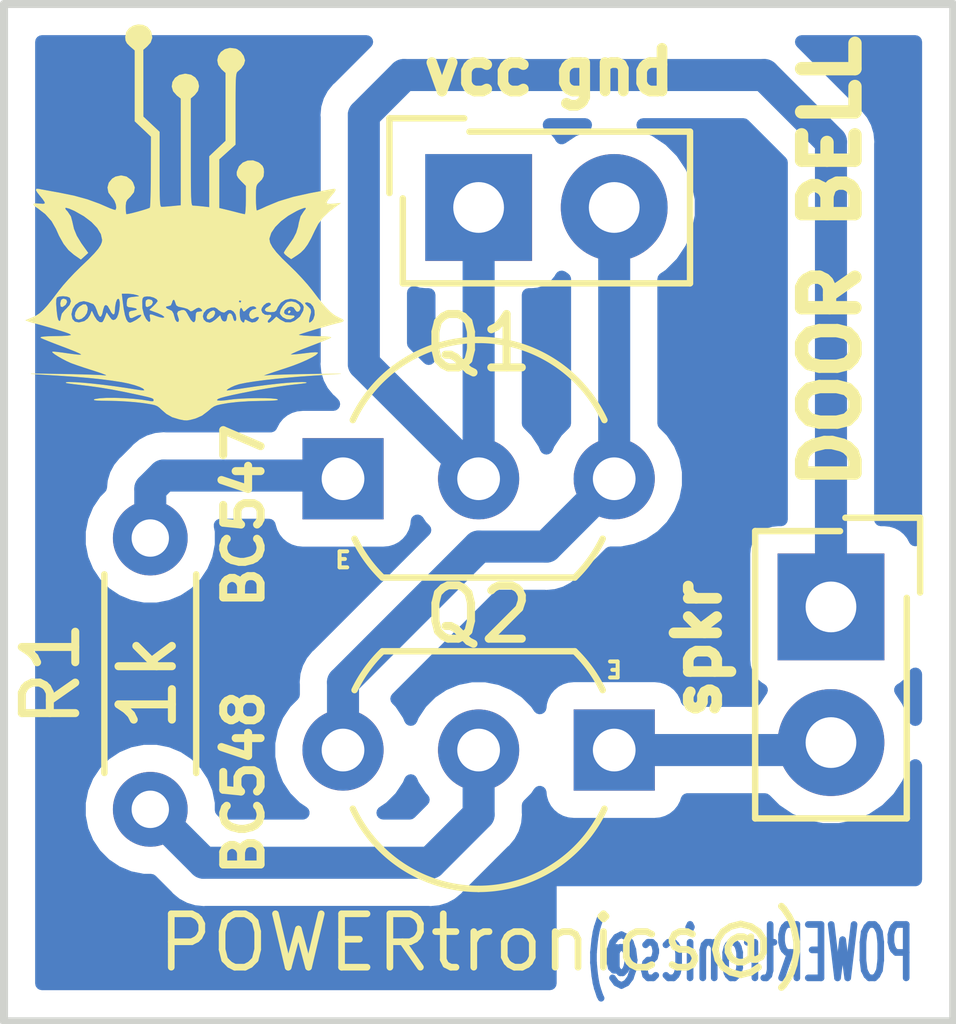
<source format=kicad_pcb>
(kicad_pcb (version 20171130) (host pcbnew "(5.1.6)-1")

  (general
    (thickness 1.6)
    (drawings 13)
    (tracks 23)
    (zones 0)
    (modules 6)
    (nets 6)
  )

  (page A4)
  (layers
    (0 F.Cu signal)
    (31 B.Cu signal)
    (32 B.Adhes user)
    (33 F.Adhes user)
    (34 B.Paste user)
    (35 F.Paste user)
    (36 B.SilkS user)
    (37 F.SilkS user)
    (38 B.Mask user)
    (39 F.Mask user)
    (40 Dwgs.User user)
    (41 Cmts.User user)
    (42 Eco1.User user)
    (43 Eco2.User user)
    (44 Edge.Cuts user)
    (45 Margin user)
    (46 B.CrtYd user)
    (47 F.CrtYd user)
    (48 B.Fab user)
    (49 F.Fab user)
  )

  (setup
    (last_trace_width 0.6)
    (user_trace_width 0.4)
    (user_trace_width 0.6)
    (trace_clearance 0.2)
    (zone_clearance 0.508)
    (zone_45_only no)
    (trace_min 0.2)
    (via_size 0.6)
    (via_drill 0.4)
    (via_min_size 0.4)
    (via_min_drill 0.3)
    (uvia_size 0.3)
    (uvia_drill 0.1)
    (uvias_allowed no)
    (uvia_min_size 0.2)
    (uvia_min_drill 0.1)
    (edge_width 0.15)
    (segment_width 0.2)
    (pcb_text_width 0.3)
    (pcb_text_size 1.5 1.5)
    (mod_edge_width 0.15)
    (mod_text_size 1 1)
    (mod_text_width 0.15)
    (pad_size 1.524 1.524)
    (pad_drill 0.762)
    (pad_to_mask_clearance 0.2)
    (aux_axis_origin 0 0)
    (visible_elements 7FFFFFFF)
    (pcbplotparams
      (layerselection 0x01030_ffffffff)
      (usegerberextensions false)
      (usegerberattributes true)
      (usegerberadvancedattributes true)
      (creategerberjobfile true)
      (excludeedgelayer true)
      (linewidth 0.100000)
      (plotframeref false)
      (viasonmask false)
      (mode 1)
      (useauxorigin false)
      (hpglpennumber 1)
      (hpglpenspeed 20)
      (hpglpendiameter 15.000000)
      (psnegative false)
      (psa4output false)
      (plotreference true)
      (plotvalue true)
      (plotinvisibletext false)
      (padsonsilk false)
      (subtractmaskfromsilk false)
      (outputformat 1)
      (mirror false)
      (drillshape 0)
      (scaleselection 1)
      (outputdirectory "C:/Users/Meena/Desktop/all icons and files/MINI PROJECTS/doorbell/"))
  )

  (net 0 "")
  (net 1 "Net-(P1-Pad1)")
  (net 2 "Net-(P1-Pad2)")
  (net 3 "Net-(P2-Pad2)")
  (net 4 "Net-(Q1-Pad1)")
  (net 5 "Net-(Q2-Pad2)")

  (net_class Default "This is the default net class."
    (clearance 0.2)
    (trace_width 0.25)
    (via_dia 0.6)
    (via_drill 0.4)
    (uvia_dia 0.3)
    (uvia_drill 0.1)
    (add_net "Net-(P1-Pad1)")
    (add_net "Net-(P1-Pad2)")
    (add_net "Net-(P2-Pad2)")
    (add_net "Net-(Q1-Pad1)")
    (add_net "Net-(Q2-Pad2)")
  )

  (module LOGI:L2 (layer F.Cu) (tedit 0) (tstamp 5F57E741)
    (at 146.75 94.25)
    (fp_text reference G*** (at 0 0) (layer F.SilkS) hide
      (effects (font (size 1.524 1.524) (thickness 0.3)))
    )
    (fp_text value LOGO (at 0.75 0) (layer F.SilkS) hide
      (effects (font (size 1.524 1.524) (thickness 0.3)))
    )
    (fp_poly (pts (xy -2.076043 1.459564) (xy -2.063546 1.498973) (xy -2.087026 1.546798) (xy -2.096046 1.555833)
      (xy -2.145689 1.589393) (xy -2.174107 1.581017) (xy -2.180746 1.530953) (xy -2.17966 1.518227)
      (xy -2.165646 1.463793) (xy -2.133992 1.443989) (xy -2.121248 1.443181) (xy -2.076043 1.459564)) (layer F.SilkS) (width 0.01))
    (fp_poly (pts (xy 2.124868 1.676691) (xy 2.1209 1.685636) (xy 2.098075 1.707664) (xy 2.094 1.708727)
      (xy 2.083091 1.690862) (xy 2.0828 1.685636) (xy 2.102326 1.663432) (xy 2.109699 1.662545)
      (xy 2.124868 1.676691)) (layer F.SilkS) (width 0.01))
    (fp_poly (pts (xy 2.219512 1.510441) (xy 2.278323 1.549604) (xy 2.307697 1.602681) (xy 2.307147 1.630659)
      (xy 2.283438 1.671025) (xy 2.248431 1.678288) (xy 2.220443 1.649803) (xy 2.218318 1.643484)
      (xy 2.184908 1.596007) (xy 2.130927 1.581359) (xy 2.070309 1.598478) (xy 2.016985 1.646295)
      (xy 2.00837 1.659537) (xy 1.999601 1.707979) (xy 2.035821 1.740691) (xy 2.113168 1.754626)
      (xy 2.12909 1.754909) (xy 2.184745 1.757703) (xy 2.198299 1.769644) (xy 2.1844 1.789545)
      (xy 2.127292 1.819937) (xy 2.054965 1.817229) (xy 1.986365 1.782497) (xy 1.9812 1.778)
      (xy 1.943831 1.735798) (xy 1.9304 1.706444) (xy 1.947583 1.646319) (xy 1.989578 1.578253)
      (xy 2.042053 1.522782) (xy 2.071223 1.504645) (xy 2.145675 1.492889) (xy 2.219512 1.510441)) (layer F.SilkS) (width 0.01))
    (fp_poly (pts (xy 0.707229 1.679282) (xy 0.707781 1.718685) (xy 0.685301 1.764546) (xy 0.664749 1.785966)
      (xy 0.608668 1.819411) (xy 0.571098 1.816206) (xy 0.5588 1.781578) (xy 0.578089 1.732774)
      (xy 0.622998 1.686986) (xy 0.674088 1.663079) (xy 0.68145 1.662545) (xy 0.707229 1.679282)) (layer F.SilkS) (width 0.01))
    (fp_poly (pts (xy -0.471592 1.470238) (xy -0.456004 1.506476) (xy -0.475872 1.547996) (xy -0.506331 1.569369)
      (xy -0.557401 1.589914) (xy -0.579326 1.579063) (xy -0.584187 1.529773) (xy -0.5842 1.524)
      (xy -0.577366 1.474492) (xy -0.548314 1.456381) (xy -0.5207 1.454727) (xy -0.471592 1.470238)) (layer F.SilkS) (width 0.01))
    (fp_poly (pts (xy -1.708207 1.550005) (xy -1.681236 1.592329) (xy -1.6764 1.639167) (xy -1.692188 1.706167)
      (xy -1.732259 1.765324) (xy -1.785677 1.807876) (xy -1.841505 1.825057) (xy -1.888067 1.808787)
      (xy -1.909115 1.760238) (xy -1.898598 1.694514) (xy -1.860973 1.627005) (xy -1.824624 1.589883)
      (xy -1.75679 1.548928) (xy -1.708207 1.550005)) (layer F.SilkS) (width 0.01))
    (fp_poly (pts (xy -0.638666 -3.685694) (xy -0.55858 -3.648537) (xy -0.498296 -3.57975) (xy -0.48359 -3.547181)
      (xy -0.466948 -3.447905) (xy -0.496737 -3.36027) (xy -0.560782 -3.288729) (xy -0.634854 -3.224215)
      (xy -0.634131 -2.596785) (xy -0.633408 -1.969354) (xy -0.481804 -1.827188) (xy -0.330201 -1.685022)
      (xy -0.3302 -0.981057) (xy -0.330064 -0.782233) (xy -0.329442 -0.624782) (xy -0.328011 -0.503894)
      (xy -0.325451 -0.414761) (xy -0.321439 -0.352574) (xy -0.315655 -0.312523) (xy -0.307777 -0.2898)
      (xy -0.297482 -0.279596) (xy -0.28445 -0.277102) (xy -0.283126 -0.277091) (xy -0.233327 -0.279423)
      (xy -0.152668 -0.285464) (xy -0.079926 -0.291926) (xy 0.0762 -0.306761) (xy 0.0762 -2.312073)
      (xy 0.000863 -2.369701) (xy -0.06772 -2.447133) (xy -0.093768 -2.533405) (xy -0.081206 -2.618678)
      (xy -0.033959 -2.693116) (xy 0.04405 -2.746878) (xy 0.148895 -2.770128) (xy 0.160703 -2.770396)
      (xy 0.262704 -2.75133) (xy 0.341069 -2.699851) (xy 0.391321 -2.62632) (xy 0.40898 -2.541097)
      (xy 0.389566 -2.454542) (xy 0.3302 -2.378364) (xy 0.254 -2.313654) (xy 0.254 -1.306918)
      (xy 0.254102 -1.064659) (xy 0.254529 -0.864572) (xy 0.255457 -0.702649) (xy 0.257063 -0.574881)
      (xy 0.259523 -0.47726) (xy 0.263015 -0.405776) (xy 0.267716 -0.35642) (xy 0.273803 -0.325183)
      (xy 0.281452 -0.308058) (xy 0.290841 -0.301034) (xy 0.29845 -0.299982) (xy 0.348495 -0.297195)
      (xy 0.426986 -0.290306) (xy 0.47625 -0.28522) (xy 0.6096 -0.270659) (xy 0.6096 -1.227816)
      (xy 0.762 -1.372097) (xy 0.9144 -1.516377) (xy 0.9144 -2.153413) (xy 0.914399 -2.790448)
      (xy 0.8382 -2.859721) (xy 0.777261 -2.941251) (xy 0.759136 -3.027074) (xy 0.777664 -3.109215)
      (xy 0.826682 -3.1797) (xy 0.90003 -3.230556) (xy 0.991545 -3.253808) (xy 1.095067 -3.241482)
      (xy 1.124906 -3.23076) (xy 1.192679 -3.181971) (xy 1.245723 -3.107698) (xy 1.269743 -3.028636)
      (xy 1.27 -3.020712) (xy 1.250068 -2.949649) (xy 1.198791 -2.874958) (xy 1.137926 -2.821555)
      (xy 1.124683 -2.809902) (xy 1.114263 -2.791005) (xy 1.10633 -2.759726) (xy 1.100549 -2.710929)
      (xy 1.096586 -2.639478) (xy 1.094106 -2.540234) (xy 1.092775 -2.408061) (xy 1.092258 -2.237823)
      (xy 1.0922 -2.119655) (xy 1.0922 -1.447928) (xy 0.7874 -1.173404) (xy 0.7874 -0.714592)
      (xy 0.787399 -0.25578) (xy 0.89535 -0.230162) (xy 0.988738 -0.207298) (xy 1.094014 -0.180556)
      (xy 1.12856 -0.171544) (xy 1.20406 -0.152648) (xy 1.259019 -0.140708) (xy 1.27461 -0.138546)
      (xy 1.282753 -0.160123) (xy 1.289399 -0.218813) (xy 1.293848 -0.305551) (xy 1.2954 -0.407065)
      (xy 1.2954 -0.675585) (xy 1.203692 -0.767866) (xy 1.149494 -0.827411) (xy 1.125284 -0.873277)
      (xy 1.123449 -0.922839) (xy 1.12661 -0.943846) (xy 1.164859 -1.038794) (xy 1.234774 -1.107059)
      (xy 1.325176 -1.144632) (xy 1.424886 -1.147504) (xy 1.522722 -1.111664) (xy 1.547451 -1.094766)
      (xy 1.598726 -1.047202) (xy 1.62119 -0.995563) (xy 1.6256 -0.931353) (xy 1.617689 -0.85388)
      (xy 1.586661 -0.796405) (xy 1.5494 -0.758448) (xy 1.515319 -0.725676) (xy 1.4933 -0.694744)
      (xy 1.480709 -0.654941) (xy 1.474913 -0.595557) (xy 1.473279 -0.50588) (xy 1.4732 -0.448497)
      (xy 1.474975 -0.349365) (xy 1.479774 -0.270067) (xy 1.486805 -0.220178) (xy 1.493081 -0.207819)
      (xy 1.523791 -0.217944) (xy 1.58626 -0.244637) (xy 1.667639 -0.282374) (xy 1.677231 -0.28698)
      (xy 1.907446 -0.381823) (xy 2.178929 -0.463882) (xy 2.495489 -0.534279) (xy 2.551289 -0.544665)
      (xy 2.675052 -0.567268) (xy 2.784934 -0.587578) (xy 2.868903 -0.603355) (xy 2.91465 -0.612299)
      (xy 2.957208 -0.615681) (xy 2.967314 -0.598471) (xy 2.943975 -0.556571) (xy 2.886195 -0.485879)
      (xy 2.883146 -0.482386) (xy 2.822258 -0.408115) (xy 2.798146 -0.361985) (xy 2.81238 -0.338843)
      (xy 2.866534 -0.333534) (xy 2.92735 -0.337515) (xy 3.0607 -0.34958) (xy 2.9845 -0.296666)
      (xy 2.837246 -0.185227) (xy 2.726689 -0.07782) (xy 2.641955 0.037734) (xy 2.579683 0.156788)
      (xy 2.507785 0.306952) (xy 2.44338 0.420874) (xy 2.380579 0.506864) (xy 2.313494 0.573233)
      (xy 2.253247 0.617483) (xy 2.139278 0.691889) (xy 2.072939 0.64445) (xy 2.027538 0.606781)
      (xy 2.006739 0.579256) (xy 2.0066 0.577917) (xy 2.019907 0.55024) (xy 2.054643 0.496812)
      (xy 2.098826 0.435275) (xy 2.182871 0.312816) (xy 2.238227 0.204302) (xy 2.272964 0.091801)
      (xy 2.286878 0.017441) (xy 2.319305 -0.102273) (xy 2.375929 -0.190051) (xy 2.416549 -0.242325)
      (xy 2.416629 -0.267232) (xy 2.376596 -0.264712) (xy 2.296877 -0.234707) (xy 2.240705 -0.208623)
      (xy 2.08162 -0.118643) (xy 1.944694 -0.015897) (xy 1.83609 0.093184) (xy 1.761971 0.202175)
      (xy 1.7285 0.304645) (xy 1.7272 0.326931) (xy 1.740799 0.394321) (xy 1.783512 0.474747)
      (xy 1.858208 0.571965) (xy 1.967759 0.689731) (xy 2.1082 0.825433) (xy 2.221154 0.935862)
      (xy 2.337604 1.058308) (xy 2.444637 1.178683) (xy 2.529338 1.282901) (xy 2.537158 1.293342)
      (xy 2.66456 1.459764) (xy 2.773181 1.588752) (xy 2.866848 1.684229) (xy 2.949388 1.750119)
      (xy 3.020433 1.788657) (xy 3.093886 1.823088) (xy 3.1196 1.848447) (xy 3.098789 1.86802)
      (xy 3.05435 1.880666) (xy 2.982468 1.898181) (xy 2.884763 1.924381) (xy 2.770642 1.956463)
      (xy 2.649512 1.991623) (xy 2.53078 2.027056) (xy 2.423855 2.059959) (xy 2.338143 2.087529)
      (xy 2.283052 2.10696) (xy 2.267458 2.115204) (xy 2.304896 2.126384) (xy 2.386097 2.135546)
      (xy 2.50405 2.142178) (xy 2.651745 2.145769) (xy 2.69113 2.146124) (xy 2.784731 2.148768)
      (xy 2.851745 2.154698) (xy 2.882166 2.162836) (xy 2.88163 2.166649) (xy 2.851066 2.181519)
      (xy 2.781801 2.210485) (xy 2.682171 2.250206) (xy 2.560516 2.297342) (xy 2.4638 2.334058)
      (xy 2.337426 2.383049) (xy 2.234009 2.425909) (xy 2.159923 2.459762) (xy 2.121537 2.481733)
      (xy 2.1209 2.488833) (xy 2.167692 2.488444) (xy 2.250304 2.481889) (xy 2.354414 2.470428)
      (xy 2.407432 2.463607) (xy 2.513953 2.45128) (xy 2.591536 2.446412) (xy 2.631675 2.449376)
      (xy 2.635182 2.453592) (xy 2.603301 2.4861) (xy 2.532149 2.529837) (xy 2.430386 2.580722)
      (xy 2.306665 2.634671) (xy 2.169646 2.687602) (xy 2.0574 2.726105) (xy 1.934451 2.766158)
      (xy 1.820598 2.803926) (xy 1.729157 2.834951) (xy 1.6764 2.853659) (xy 1.5875 2.886956)
      (xy 1.7145 2.875623) (xy 1.776091 2.871947) (xy 1.879472 2.867824) (xy 2.015639 2.863524)
      (xy 2.175588 2.859317) (xy 2.350314 2.855472) (xy 2.4511 2.853581) (xy 3.0607 2.842871)
      (xy 2.550533 2.874168) (xy 2.315875 2.890481) (xy 2.080446 2.910377) (xy 1.852434 2.932902)
      (xy 1.640023 2.957106) (xy 1.451401 2.982035) (xy 1.294754 3.006736) (xy 1.178268 3.030259)
      (xy 1.153074 3.036749) (xy 1.078671 3.061873) (xy 1.009629 3.092548) (xy 0.95545 3.123159)
      (xy 0.925636 3.14809) (xy 0.92969 3.161726) (xy 0.9398 3.162788) (xy 0.978933 3.159118)
      (xy 1.056496 3.148879) (xy 1.160921 3.133681) (xy 1.27 3.116825) (xy 1.475168 3.086359)
      (xy 1.683395 3.059168) (xy 1.884315 3.03633) (xy 2.067562 3.018919) (xy 2.22277 3.008012)
      (xy 2.339575 3.004683) (xy 2.349344 3.00482) (xy 2.40464 3.006792) (xy 2.422326 3.010304)
      (xy 2.399281 3.016064) (xy 2.332387 3.02478) (xy 2.218523 3.037162) (xy 2.1971 3.03939)
      (xy 2.05537 3.056356) (xy 1.891698 3.079705) (xy 1.714178 3.107902) (xy 1.530906 3.139414)
      (xy 1.349975 3.172705) (xy 1.179479 3.206241) (xy 1.027514 3.238487) (xy 0.902173 3.26791)
      (xy 0.811551 3.292974) (xy 0.766136 3.310669) (xy 0.73992 3.335004) (xy 0.758288 3.3495)
      (xy 0.816046 3.353523) (xy 0.907998 3.346441) (xy 0.978117 3.336485) (xy 1.082009 3.323987)
      (xy 1.212825 3.314594) (xy 1.358623 3.308457) (xy 1.507463 3.305729) (xy 1.647402 3.306558)
      (xy 1.766498 3.311097) (xy 1.85281 3.319496) (xy 1.8796 3.325091) (xy 1.881287 3.332315)
      (xy 1.836114 3.33842) (xy 1.74801 3.343136) (xy 1.620905 3.346193) (xy 1.5621 3.346873)
      (xy 1.34472 3.352763) (xy 1.142684 3.365899) (xy 0.971827 3.385178) (xy 0.9398 3.390167)
      (xy 0.825926 3.410096) (xy 0.747819 3.428545) (xy 0.691097 3.451415) (xy 0.641379 3.484608)
      (xy 0.584284 3.534026) (xy 0.5802 3.537736) (xy 0.467402 3.623267) (xy 0.349052 3.675394)
      (xy 0.32794 3.68147) (xy 0.244517 3.703144) (xy 0.187953 3.712503) (xy 0.13641 3.710388)
      (xy 0.068052 3.697641) (xy 0.043624 3.69243) (xy -0.087023 3.653304) (xy -0.195033 3.592011)
      (xy -0.283679 3.515192) (xy -0.326969 3.474561) (xy -0.366622 3.446425) (xy -0.414566 3.42657)
      (xy -0.482728 3.410781) (xy -0.583036 3.394847) (xy -0.651979 3.385087) (xy -0.790923 3.369558)
      (xy -0.958267 3.356721) (xy -1.131626 3.348028) (xy -1.27 3.344967) (xy -1.409554 3.343348)
      (xy -1.50093 3.339947) (xy -1.546722 3.334547) (xy -1.549521 3.326929) (xy -1.5367 3.322514)
      (xy -1.447232 3.308121) (xy -1.319638 3.300857) (xy -1.165901 3.300254) (xy -0.998002 3.305845)
      (xy -0.827925 3.317161) (xy -0.667651 3.333735) (xy -0.529163 3.355099) (xy -0.48895 3.36342)
      (xy -0.44307 3.364057) (xy -0.4318 3.34161) (xy -0.434597 3.322277) (xy -0.448458 3.306701)
      (xy -0.481591 3.29187) (xy -0.542202 3.274773) (xy -0.638498 3.252399) (xy -0.729189 3.232495)
      (xy -0.994692 3.176604) (xy -1.22788 3.132038) (xy -1.444823 3.09605) (xy -1.66159 3.065893)
      (xy -1.8034 3.048867) (xy -1.94009 3.032786) (xy -2.029124 3.020932) (xy -2.073369 3.012714)
      (xy -2.075694 3.007541) (xy -2.038964 3.004821) (xy -2.019145 3.004367) (xy -1.906641 3.007058)
      (xy -1.754729 3.017386) (xy -1.573884 3.034261) (xy -1.374581 3.056592) (xy -1.167296 3.083286)
      (xy -0.962505 3.113253) (xy -0.9398 3.116825) (xy -0.806 3.137983) (xy -0.714309 3.151918)
      (xy -0.656776 3.15926) (xy -0.625448 3.160635) (xy -0.612375 3.156672) (xy -0.609604 3.148)
      (xy -0.6096 3.142906) (xy -0.632948 3.1166) (xy -0.696427 3.085403) (xy -0.790193 3.052703)
      (xy -0.904398 3.021885) (xy -1.029197 2.996338) (xy -1.041853 2.994208) (xy -1.240275 2.964012)
      (xy -1.446007 2.93807) (xy -1.669741 2.915304) (xy -1.922172 2.894631) (xy -2.213992 2.874973)
      (xy -2.2352 2.873666) (xy -2.7305 2.84331) (xy -2.1209 2.853527) (xy -1.942785 2.856942)
      (xy -1.775295 2.860955) (xy -1.627216 2.865293) (xy -1.507331 2.869682) (xy -1.424427 2.87385)
      (xy -1.397 2.876031) (xy -1.334385 2.880376) (xy -1.314071 2.875026) (xy -1.33745 2.859272)
      (xy -1.405913 2.832401) (xy -1.520851 2.793701) (xy -1.618626 2.762653) (xy -1.73973 2.723781)
      (xy -1.856181 2.684685) (xy -1.951254 2.651059) (xy -1.991256 2.635806) (xy -2.0628 2.603436)
      (xy -2.143045 2.561771) (xy -2.22086 2.517393) (xy -2.285111 2.476883) (xy -2.324668 2.446823)
      (xy -2.331187 2.434836) (xy -2.303767 2.434611) (xy -2.238007 2.441002) (xy -2.145629 2.45276)
      (xy -2.094452 2.460065) (xy -1.952061 2.480105) (xy -1.853069 2.491136) (xy -1.798071 2.492069)
      (xy -1.787664 2.481819) (xy -1.822445 2.459299) (xy -1.903009 2.423422) (xy -2.029954 2.373101)
      (xy -2.1717 2.319312) (xy -2.297439 2.27146) (xy -2.406946 2.22858) (xy -2.491364 2.194233)
      (xy -2.541839 2.17198) (xy -2.551431 2.166624) (xy -2.538356 2.158385) (xy -2.48393 2.151352)
      (xy -2.397604 2.146431) (xy -2.322831 2.144722) (xy -2.161692 2.141866) (xy -2.05097 2.136323)
      (xy -1.9903 2.12658) (xy -1.979314 2.111127) (xy -2.017646 2.088453) (xy -2.104931 2.057046)
      (xy -2.240802 2.015395) (xy -2.288122 2.001511) (xy -2.417229 1.964125) (xy -2.528785 1.932345)
      (xy -2.614066 1.908615) (xy -2.66435 1.895379) (xy -2.673818 1.893454) (xy -2.706142 1.885852)
      (xy -2.760597 1.868106) (xy -2.8321 1.842757) (xy -2.701403 1.789659) (xy -2.634865 1.757565)
      (xy -2.570533 1.714058) (xy -2.503011 1.653664) (xy -2.426904 1.570911) (xy -2.399017 1.536679)
      (xy -2.268532 1.536679) (xy -2.258331 1.666485) (xy -2.245142 1.77361) (xy -2.227805 1.83801)
      (xy -2.204014 1.863449) (xy -2.182104 1.848729) (xy -2.170407 1.792655) (xy -2.170112 1.784386)
      (xy -2.155952 1.734254) (xy -1.9812 1.734254) (xy -1.963148 1.820293) (xy -1.913055 1.8728)
      (xy -1.837022 1.888748) (xy -1.741146 1.865114) (xy -1.728693 1.859519) (xy -1.667885 1.812622)
      (xy -1.625991 1.749838) (xy -1.595473 1.674091) (xy -1.54966 1.768841) (xy -1.502376 1.841944)
      (xy -1.450404 1.882295) (xy -1.401554 1.884139) (xy -1.396561 1.881662) (xy -1.375314 1.853617)
      (xy -1.350081 1.799707) (xy -1.345339 1.787172) (xy -1.315372 1.704624) (xy -1.267659 1.775948)
      (xy -1.227471 1.828269) (xy -1.194397 1.844643) (xy -1.154528 1.831162) (xy -1.148886 1.827977)
      (xy -1.118224 1.79151) (xy -1.093275 1.728265) (xy -1.075476 1.650284) (xy -1.066265 1.569609)
      (xy -1.067079 1.498281) (xy -1.079355 1.448342) (xy -1.101577 1.431636) (xy -1.127796 1.452957)
      (xy -1.149576 1.509882) (xy -1.16395 1.591852) (xy -1.168121 1.668318) (xy -1.175936 1.719031)
      (xy -1.196531 1.727055) (xy -1.226585 1.693501) (xy -1.254337 1.639454) (xy -1.293907 1.572466)
      (xy -1.331673 1.549335) (xy -1.363545 1.570239) (xy -1.385129 1.633681) (xy -1.405517 1.723755)
      (xy -1.42631 1.767864) (xy -1.448996 1.766214) (xy -1.47506 1.719011) (xy -1.499065 1.649492)
      (xy -1.526343 1.584338) (xy -1.558107 1.540583) (xy -1.572399 1.531757) (xy -1.630348 1.511073)
      (xy -1.657006 1.499223) (xy -1.746081 1.478547) (xy -1.832078 1.497162) (xy -1.905934 1.548497)
      (xy -1.958587 1.625982) (xy -1.980974 1.723049) (xy -1.9812 1.734254) (xy -2.155952 1.734254)
      (xy -2.151705 1.719221) (xy -2.094777 1.651241) (xy -2.074862 1.633487) (xy -2.006575 1.55752)
      (xy -1.980936 1.486334) (xy -1.999686 1.425995) (xy -2.01168 1.413163) (xy -2.0599 1.393573)
      (xy -2.132111 1.386224) (xy -2.204104 1.391468) (xy -2.251666 1.409659) (xy -2.251673 1.409666)
      (xy -2.266315 1.450957) (xy -2.268532 1.536679) (xy -2.399017 1.536679) (xy -2.336815 1.460326)
      (xy -2.244722 1.339272) (xy -1.039007 1.339272) (xy -1.025394 1.4605) (xy -1.003686 1.624792)
      (xy -0.979685 1.74657) (xy -0.952153 1.829493) (xy -0.919856 1.877219) (xy -0.881557 1.893406)
      (xy -0.879087 1.893454) (xy -0.841745 1.881312) (xy -0.781934 1.850738) (xy -0.755197 1.834894)
      (xy -0.686048 1.783821) (xy -0.660086 1.747624) (xy -0.674368 1.731854) (xy -0.725954 1.742062)
      (xy -0.78905 1.771013) (xy -0.847873 1.7972) (xy -0.878529 1.790271) (xy -0.892722 1.745731)
      (xy -0.894803 1.730391) (xy -0.892205 1.690942) (xy -0.862086 1.672796) (xy -0.817609 1.66675)
      (xy -0.758408 1.65352) (xy -0.744395 1.632995) (xy -0.772474 1.612234) (xy -0.839549 1.598295)
      (xy -0.847951 1.597573) (xy -0.909725 1.589993) (xy -0.934633 1.570419) (xy -0.936523 1.524141)
      (xy -0.934887 1.50521) (xy -0.930919 1.477206) (xy -0.656083 1.477206) (xy -0.654065 1.61169)
      (xy -0.623399 1.739374) (xy -0.583081 1.820304) (xy -0.539154 1.87044) (xy -0.507346 1.878754)
      (xy -0.494016 1.846771) (xy -0.499307 1.800195) (xy -0.50764 1.75442) (xy -0.499058 1.736293)
      (xy -0.463281 1.742402) (xy -0.397618 1.766454) (xy -0.327566 1.789205) (xy -0.272183 1.800737)
      (xy -0.2654 1.801091) (xy -0.231632 1.792555) (xy -0.238813 1.770349) (xy -0.281477 1.739579)
      (xy -0.354159 1.705348) (xy -0.37742 1.696467) (xy -0.509857 1.648069) (xy -0.464995 1.605392)
      (xy -0.212886 1.605392) (xy -0.17775 1.633424) (xy -0.155038 1.642078) (xy -0.097953 1.670556)
      (xy -0.068706 1.719575) (xy -0.060921 1.751163) (xy -0.037567 1.830525) (xy -0.007766 1.874625)
      (xy 0.024748 1.878639) (xy 0.03307 1.872627) (xy 0.043069 1.831372) (xy 0.02662 1.780678)
      (xy 0.006976 1.716449) (xy 0.024431 1.678559) (xy 0.08359 1.657848) (xy 0.088865 1.6569)
      (xy 0.130182 1.655577) (xy 0.16069 1.675608) (xy 0.192131 1.726594) (xy 0.204528 1.751471)
      (xy 0.253621 1.836514) (xy 0.296192 1.880166) (xy 0.329293 1.881935) (xy 0.349975 1.841331)
      (xy 0.3556 1.776637) (xy 0.356082 1.768709) (xy 0.479054 1.768709) (xy 0.496705 1.831114)
      (xy 0.545484 1.876477) (xy 0.613996 1.892752) (xy 0.657689 1.877785) (xy 0.714719 1.839589)
      (xy 0.732053 1.824763) (xy 0.807613 1.756071) (xy 0.82339 1.813217) (xy 0.851326 1.857261)
      (xy 0.891514 1.872301) (xy 0.926799 1.857575) (xy 0.940188 1.818409) (xy 0.95211 1.750533)
      (xy 0.979544 1.718258) (xy 1.011904 1.723506) (xy 1.038605 1.768197) (xy 1.045599 1.799282)
      (xy 1.064171 1.849661) (xy 1.090749 1.864937) (xy 1.112359 1.843513) (xy 1.1176 1.808153)
      (xy 1.102316 1.732453) (xy 1.077691 1.696746) (xy 1.169223 1.696746) (xy 1.172471 1.765872)
      (xy 1.185202 1.827199) (xy 1.194693 1.84879) (xy 1.228592 1.886218) (xy 1.257951 1.889113)
      (xy 1.27 1.857508) (xy 1.274591 1.834471) (xy 1.297356 1.839893) (xy 1.326451 1.857508)
      (xy 1.403835 1.890125) (xy 1.46992 1.879212) (xy 1.509851 1.848727) (xy 1.540672 1.802217)
      (xy 1.532395 1.774959) (xy 1.492424 1.776137) (xy 1.46276 1.790322) (xy 1.417042 1.812576)
      (xy 1.388233 1.805644) (xy 1.37145 1.789381) (xy 1.354114 1.739732) (xy 1.37151 1.686306)
      (xy 1.410268 1.651087) (xy 1.5748 1.651087) (xy 1.595633 1.704224) (xy 1.645331 1.74121)
      (xy 1.704688 1.749083) (xy 1.715671 1.74615) (xy 1.754839 1.7439) (xy 1.762102 1.767484)
      (xy 1.735466 1.805405) (xy 1.7272 1.812636) (xy 1.694847 1.853102) (xy 1.69727 1.884173)
      (xy 1.724271 1.893454) (xy 1.753281 1.878186) (xy 1.797916 1.840974) (xy 1.802629 1.836472)
      (xy 1.861515 1.77949) (xy 1.936006 1.836472) (xy 2.030125 1.884591) (xy 2.127475 1.886674)
      (xy 2.20588 1.856869) (xy 2.306609 1.777076) (xy 2.366514 1.669967) (xy 2.373572 1.64495)
      (xy 2.379586 1.590632) (xy 2.360131 1.546869) (xy 2.323931 1.509746) (xy 2.394597 1.509746)
      (xy 2.39736 1.537068) (xy 2.445074 1.584091) (xy 2.453666 1.590984) (xy 2.499165 1.637785)
      (xy 2.507122 1.685351) (xy 2.502927 1.70483) (xy 2.478428 1.799809) (xy 2.467892 1.857605)
      (xy 2.470903 1.885328) (xy 2.487048 1.890089) (xy 2.492192 1.8888) (xy 2.529413 1.861648)
      (xy 2.558675 1.822358) (xy 2.584332 1.742086) (xy 2.581011 1.657786) (xy 2.553288 1.581496)
      (xy 2.505734 1.525253) (xy 2.442924 1.501098) (xy 2.436556 1.500909) (xy 2.394597 1.509746)
      (xy 2.323931 1.509746) (xy 2.31536 1.500957) (xy 2.22607 1.448508) (xy 2.125978 1.434241)
      (xy 2.027474 1.455251) (xy 1.942947 1.50863) (xy 1.884786 1.591472) (xy 1.880248 1.603031)
      (xy 1.855697 1.656954) (xy 1.822181 1.680286) (xy 1.759954 1.685609) (xy 1.75063 1.685636)
      (xy 1.67861 1.675571) (xy 1.649632 1.650206) (xy 1.666348 1.616783) (xy 1.715157 1.588798)
      (xy 1.761257 1.557545) (xy 1.764946 1.526387) (xy 1.725027 1.506091) (xy 1.72437 1.505973)
      (xy 1.674028 1.517431) (xy 1.622329 1.557587) (xy 1.584638 1.611533) (xy 1.5748 1.651087)
      (xy 1.410268 1.651087) (xy 1.413955 1.647737) (xy 1.449372 1.639454) (xy 1.487788 1.6286)
      (xy 1.488936 1.604976) (xy 1.457397 1.581992) (xy 1.427138 1.574393) (xy 1.365944 1.58742)
      (xy 1.31063 1.627609) (xy 1.269093 1.666061) (xy 1.248334 1.672342) (xy 1.235139 1.648606)
      (xy 1.232223 1.64038) (xy 1.21022 1.608006) (xy 1.191971 1.605845) (xy 1.175657 1.637508)
      (xy 1.169223 1.696746) (xy 1.077691 1.696746) (xy 1.06321 1.67575) (xy 1.0104 1.644803)
      (xy 0.954005 1.646369) (xy 0.915344 1.673056) (xy 0.882137 1.69436) (xy 0.837326 1.682593)
      (xy 0.829683 1.678829) (xy 0.778437 1.645694) (xy 0.754387 1.622136) (xy 0.709361 1.596544)
      (xy 0.641755 1.599428) (xy 0.567643 1.629295) (xy 0.549525 1.64113) (xy 0.495628 1.701352)
      (xy 0.479054 1.768709) (xy 0.356082 1.768709) (xy 0.359188 1.717688) (xy 0.376028 1.691712)
      (xy 0.41523 1.685652) (xy 0.4191 1.685636) (xy 0.471612 1.67627) (xy 0.477208 1.649959)
      (xy 0.443437 1.615562) (xy 0.409223 1.600282) (xy 0.368371 1.612226) (xy 0.330331 1.635714)
      (xy 0.279195 1.666255) (xy 0.251187 1.668459) (xy 0.234878 1.650474) (xy 0.198224 1.625525)
      (xy 0.131358 1.603954) (xy 0.100466 1.598011) (xy 0.028898 1.583185) (xy -0.00736 1.56098)
      (xy -0.02368 1.520881) (xy -0.025518 1.511836) (xy -0.031836 1.495524) (xy 1.153646 1.495524)
      (xy 1.15704 1.502881) (xy 1.187876 1.514321) (xy 1.195969 1.511235) (xy 1.208553 1.483202)
      (xy 1.205159 1.475846) (xy 1.174323 1.464405) (xy 1.16623 1.467491) (xy 1.153646 1.495524)
      (xy -0.031836 1.495524) (xy -0.04543 1.460428) (xy -0.070852 1.452336) (xy -0.092075 1.487575)
      (xy -0.096938 1.511736) (xy -0.119348 1.559793) (xy -0.152589 1.570181) (xy -0.204378 1.58076)
      (xy -0.212886 1.605392) (xy -0.464995 1.605392) (xy -0.432729 1.574699) (xy -0.385547 1.525028)
      (xy -0.358282 1.487053) (xy -0.3556 1.47856) (xy -0.378008 1.443791) (xy -0.433614 1.412643)
      (xy -0.504992 1.392574) (xy -0.563353 1.389642) (xy -0.621176 1.399957) (xy -0.646947 1.427419)
      (xy -0.656083 1.477206) (xy -0.930919 1.477206) (xy -0.927721 1.454643) (xy -0.90904 1.427874)
      (xy -0.86501 1.414865) (xy -0.8001 1.407404) (xy -0.726712 1.399386) (xy -0.69823 1.392126)
      (xy -0.709041 1.381538) (xy -0.744604 1.366995) (xy -0.816652 1.349201) (xy -0.905934 1.339742)
      (xy -0.927557 1.339272) (xy -1.039007 1.339272) (xy -2.244722 1.339272) (xy -2.227349 1.316436)
      (xy -2.204431 1.285577) (xy -2.128723 1.191453) (xy -2.028518 1.078327) (xy -1.915873 0.959267)
      (xy -1.802842 0.847344) (xy -1.782408 0.828048) (xy -1.645707 0.697238) (xy -1.543263 0.591871)
      (xy -1.471148 0.506933) (xy -1.425433 0.437408) (xy -1.402189 0.378284) (xy -1.397131 0.336335)
      (xy -1.420916 0.226872) (xy -1.489416 0.112578) (xy -1.597745 -0.001413) (xy -1.741015 -0.109969)
      (xy -1.914337 -0.207955) (xy -1.916326 -0.208923) (xy -2.013802 -0.251636) (xy -2.076108 -0.268899)
      (xy -2.101088 -0.261011) (xy -2.086584 -0.22827) (xy -2.051298 -0.19026) (xy -1.991044 -0.099578)
      (xy -1.966987 -0.011546) (xy -1.9344 0.131409) (xy -1.880794 0.261855) (xy -1.798039 0.398467)
      (xy -1.77285 0.434368) (xy -1.668233 0.580343) (xy -1.734092 0.640215) (xy -1.79995 0.700086)
      (xy -1.9274 0.611728) (xy -2.029295 0.524303) (xy -2.120124 0.408678) (xy -2.204503 0.258195)
      (xy -2.262069 0.128874) (xy -2.344264 -0.015131) (xy -2.463769 -0.149484) (xy -2.603916 -0.257164)
      (xy -2.668974 -0.303012) (xy -2.687069 -0.331461) (xy -2.657989 -0.343175) (xy -2.581522 -0.33882)
      (xy -2.5781 -0.338399) (xy -2.506464 -0.332878) (xy -2.472224 -0.342461) (xy -2.474409 -0.372484)
      (xy -2.512051 -0.428278) (xy -2.5527 -0.47807) (xy -2.61121 -0.551731) (xy -2.636406 -0.595877)
      (xy -2.629351 -0.614992) (xy -2.591104 -0.613564) (xy -2.58445 -0.612221) (xy -2.538377 -0.60328)
      (xy -2.454081 -0.587661) (xy -2.343206 -0.567499) (xy -2.217397 -0.544926) (xy -2.206314 -0.542951)
      (xy -1.926153 -0.485562) (xy -1.680687 -0.418099) (xy -1.454157 -0.335887) (xy -1.337036 -0.285034)
      (xy -1.252535 -0.248816) (xy -1.186286 -0.225033) (xy -1.150322 -0.217892) (xy -1.147755 -0.21889)
      (xy -1.131684 -0.26224) (xy -1.139809 -0.327561) (xy -1.167487 -0.398807) (xy -1.210073 -0.45993)
      (xy -1.220392 -0.469903) (xy -1.280385 -0.551597) (xy -1.297398 -0.642785) (xy -1.273633 -0.731846)
      (xy -1.211291 -0.80716) (xy -1.149544 -0.843927) (xy -1.046189 -0.865685) (xy -0.947578 -0.844861)
      (xy -0.863757 -0.784803) (xy -0.827886 -0.736743) (xy -0.79463 -0.643786) (xy -0.810664 -0.556812)
      (xy -0.876689 -0.472722) (xy -0.890455 -0.460583) (xy -0.934687 -0.41688) (xy -0.957078 -0.371289)
      (xy -0.964701 -0.305571) (xy -0.9652 -0.267827) (xy -0.962614 -0.197555) (xy -0.955931 -0.150602)
      (xy -0.949206 -0.138546) (xy -0.905222 -0.145039) (xy -0.831448 -0.161916) (xy -0.741834 -0.185276)
      (xy -0.650335 -0.211216) (xy -0.570903 -0.235834) (xy -0.517489 -0.25523) (xy -0.503283 -0.263252)
      (xy -0.498728 -0.291567) (xy -0.494499 -0.359983) (xy -0.490767 -0.462417) (xy -0.487705 -0.592788)
      (xy -0.485482 -0.745016) (xy -0.484271 -0.913018) (xy -0.48418 -0.941865) (xy -0.482494 -1.59717)
      (xy -0.7874 -1.885832) (xy -0.7874 -2.549285) (xy -0.787401 -3.212738) (xy -0.876301 -3.288959)
      (xy -0.933756 -3.345981) (xy -0.959669 -3.399574) (xy -0.9652 -3.462367) (xy -0.945074 -3.555359)
      (xy -0.891759 -3.626054) (xy -0.815854 -3.672586) (xy -0.727957 -3.693088) (xy -0.638666 -3.685694)) (layer F.SilkS) (width 0.01))
  )

  (module Connectors_Samtec:SDL-102-X-XX_2x01 (layer F.Cu) (tedit 5BC0B26F) (tstamp 5BC0B111)
    (at 152.4 93.98)
    (descr "Double row, low profile, screw machine socket strip, through hole, 100mil / 2.54mm pitch")
    (tags "samtec socket strip tht dual")
    (path /5BC0AE9E)
    (fp_text reference P1 (at -2.27 0 90) (layer F.Fab)
      (effects (font (size 1 1) (thickness 0.15)))
    )
    (fp_text value CONN_01X02 (at 4.81 0 90) (layer F.Fab) hide
      (effects (font (size 1 1) (thickness 0.15)))
    )
    (fp_line (start -0.17 -1.42) (end 3.96 -1.42) (layer F.SilkS) (width 0.12))
    (fp_line (start 3.96 -1.42) (end 3.96 1.42) (layer F.SilkS) (width 0.12))
    (fp_line (start 3.96 1.42) (end -1.42 1.42) (layer F.SilkS) (width 0.12))
    (fp_line (start -1.42 1.42) (end -1.42 -0.17) (layer F.SilkS) (width 0.12))
    (fp_line (start -0.27 -1.67) (end -1.67 -1.67) (layer F.SilkS) (width 0.12))
    (fp_line (start -1.67 -1.67) (end -1.67 -0.27) (layer F.SilkS) (width 0.12))
    (fp_line (start -0.27 -1.67) (end -1.67 -1.67) (layer F.Fab) (width 0.1))
    (fp_line (start -1.67 -1.67) (end -1.67 -0.27) (layer F.Fab) (width 0.1))
    (fp_line (start -1.27 -1.27) (end -1.27 1.27) (layer F.Fab) (width 0.1))
    (fp_line (start -1.27 1.27) (end 3.81 1.27) (layer F.Fab) (width 0.1))
    (fp_line (start 3.81 1.27) (end 3.81 -1.27) (layer F.Fab) (width 0.1))
    (fp_line (start 3.81 -1.27) (end -1.27 -1.27) (layer F.Fab) (width 0.1))
    (fp_line (start -1.77 -1.77) (end -1.77 1.77) (layer F.CrtYd) (width 0.05))
    (fp_line (start -1.77 1.77) (end 4.31 1.77) (layer F.CrtYd) (width 0.05))
    (fp_line (start 4.31 1.77) (end 4.31 -1.77) (layer F.CrtYd) (width 0.05))
    (fp_line (start 4.31 -1.77) (end -1.77 -1.77) (layer F.CrtYd) (width 0.05))
    (fp_line (start -1.27 1.27) (end -1.07 1.27) (layer F.Fab) (width 0.1))
    (fp_line (start 3.81 1.27) (end 3.61 1.27) (layer F.Fab) (width 0.1))
    (fp_text user %R (at 1.27 0 90) (layer F.Fab)
      (effects (font (size 1 1) (thickness 0.15)))
    )
    (pad 1 thru_hole rect (at 0 0) (size 2 2) (drill 0.95) (layers *.Cu *.Mask)
      (net 1 "Net-(P1-Pad1)"))
    (pad 2 thru_hole circle (at 2.54 0) (size 2 2) (drill 0.95) (layers *.Cu *.Mask)
      (net 2 "Net-(P1-Pad2)"))
    (model ${KISYS3DMOD}/Connectors_Samtec.3dshapes/SDL-102-X-XX_2x01.wrl
      (at (xyz 0 0 0))
      (scale (xyz 1 1 1))
      (rotate (xyz 0 0 0))
    )
  )

  (module Connectors_Samtec:SDL-102-X-XX_2x01 (layer F.Cu) (tedit 5BC0B25D) (tstamp 5BC0B117)
    (at 159 101.46 270)
    (descr "Double row, low profile, screw machine socket strip, through hole, 100mil / 2.54mm pitch")
    (tags "samtec socket strip tht dual")
    (path /5BC0AED2)
    (fp_text reference P2 (at -2.27 0) (layer F.Fab)
      (effects (font (size 1 1) (thickness 0.15)))
    )
    (fp_text value CONN_01X02 (at 4.81 0) (layer F.Fab) hide
      (effects (font (size 1 1) (thickness 0.15)))
    )
    (fp_line (start -0.17 -1.42) (end 3.96 -1.42) (layer F.SilkS) (width 0.12))
    (fp_line (start 3.96 -1.42) (end 3.96 1.42) (layer F.SilkS) (width 0.12))
    (fp_line (start 3.96 1.42) (end -1.42 1.42) (layer F.SilkS) (width 0.12))
    (fp_line (start -1.42 1.42) (end -1.42 -0.17) (layer F.SilkS) (width 0.12))
    (fp_line (start -0.27 -1.67) (end -1.67 -1.67) (layer F.SilkS) (width 0.12))
    (fp_line (start -1.67 -1.67) (end -1.67 -0.27) (layer F.SilkS) (width 0.12))
    (fp_line (start -0.27 -1.67) (end -1.67 -1.67) (layer F.Fab) (width 0.1))
    (fp_line (start -1.67 -1.67) (end -1.67 -0.27) (layer F.Fab) (width 0.1))
    (fp_line (start -1.27 -1.27) (end -1.27 1.27) (layer F.Fab) (width 0.1))
    (fp_line (start -1.27 1.27) (end 3.81 1.27) (layer F.Fab) (width 0.1))
    (fp_line (start 3.81 1.27) (end 3.81 -1.27) (layer F.Fab) (width 0.1))
    (fp_line (start 3.81 -1.27) (end -1.27 -1.27) (layer F.Fab) (width 0.1))
    (fp_line (start -1.77 -1.77) (end -1.77 1.77) (layer F.CrtYd) (width 0.05))
    (fp_line (start -1.77 1.77) (end 4.31 1.77) (layer F.CrtYd) (width 0.05))
    (fp_line (start 4.31 1.77) (end 4.31 -1.77) (layer F.CrtYd) (width 0.05))
    (fp_line (start 4.31 -1.77) (end -1.77 -1.77) (layer F.CrtYd) (width 0.05))
    (fp_line (start -1.27 1.27) (end -1.07 1.27) (layer F.Fab) (width 0.1))
    (fp_line (start 3.81 1.27) (end 3.61 1.27) (layer F.Fab) (width 0.1))
    (fp_text user %R (at 1.27 0) (layer F.Fab)
      (effects (font (size 1 1) (thickness 0.15)))
    )
    (pad 1 thru_hole rect (at 0 0 270) (size 2 2) (drill 0.95) (layers *.Cu *.Mask)
      (net 1 "Net-(P1-Pad1)"))
    (pad 2 thru_hole circle (at 2.54 0 270) (size 2 2) (drill 0.95) (layers *.Cu *.Mask)
      (net 3 "Net-(P2-Pad2)"))
    (model ${KISYS3DMOD}/Connectors_Samtec.3dshapes/SDL-102-X-XX_2x01.wrl
      (at (xyz 0 0 0))
      (scale (xyz 1 1 1))
      (rotate (xyz 0 0 0))
    )
  )

  (module TO_SOT_Packages_THT:TO-92_Inline_Wide (layer F.Cu) (tedit 5E9C49F9) (tstamp 5BC0B11E)
    (at 149.86 99.06)
    (descr "TO-92 leads in-line, wide, drill 0.8mm (see NXP sot054_po.pdf)")
    (tags "to-92 sc-43 sc-43a sot54 PA33 transistor")
    (path /5BC0AE25)
    (fp_text reference Q1 (at 2.54 -2.54 180) (layer F.SilkS)
      (effects (font (size 1 1) (thickness 0.15)))
    )
    (fp_text value BC547 (at -3.61 -5.81 90) (layer F.SilkS) hide
      (effects (font (size 0.7 0.7) (thickness 0.15)))
    )
    (fp_line (start 0.74 1.85) (end 4.34 1.85) (layer F.SilkS) (width 0.12))
    (fp_line (start 0.8 1.75) (end 4.3 1.75) (layer F.Fab) (width 0.1))
    (fp_line (start -1.01 -2.73) (end 6.09 -2.73) (layer F.CrtYd) (width 0.05))
    (fp_line (start -1.01 -2.73) (end -1.01 2.01) (layer F.CrtYd) (width 0.05))
    (fp_line (start 6.09 2.01) (end 6.09 -2.73) (layer F.CrtYd) (width 0.05))
    (fp_line (start 6.09 2.01) (end -1.01 2.01) (layer F.CrtYd) (width 0.05))
    (fp_text user %R (at 2.54 -3.56 180) (layer F.Fab)
      (effects (font (size 1 1) (thickness 0.15)))
    )
    (fp_arc (start 2.54 0) (end 0.74 1.85) (angle 20) (layer F.SilkS) (width 0.12))
    (fp_arc (start 2.54 0) (end 2.54 -2.6) (angle -65) (layer F.SilkS) (width 0.12))
    (fp_arc (start 2.54 0) (end 2.54 -2.6) (angle 65) (layer F.SilkS) (width 0.12))
    (fp_arc (start 2.54 0) (end 2.54 -2.48) (angle 135) (layer F.Fab) (width 0.1))
    (fp_arc (start 2.54 0) (end 2.54 -2.48) (angle -135) (layer F.Fab) (width 0.1))
    (fp_arc (start 2.54 0) (end 4.34 1.85) (angle -20) (layer F.SilkS) (width 0.12))
    (pad 2 thru_hole circle (at 2.54 0 90) (size 1.52 1.52) (drill 0.8) (layers *.Cu *.Mask)
      (net 1 "Net-(P1-Pad1)"))
    (pad 3 thru_hole circle (at 5.08 0 90) (size 1.52 1.52) (drill 0.8) (layers *.Cu *.Mask)
      (net 2 "Net-(P1-Pad2)"))
    (pad 1 thru_hole rect (at 0 0 90) (size 1.52 1.52) (drill 0.8) (layers *.Cu *.Mask)
      (net 4 "Net-(Q1-Pad1)"))
    (model ${KISYS3DMOD}/TO_SOT_Packages_THT.3dshapes/TO-92_Inline_Wide.wrl
      (offset (xyz 2.539999961853027 0 0))
      (scale (xyz 1 1 1))
      (rotate (xyz 0 0 -90))
    )
  )

  (module TO_SOT_Packages_THT:TO-92_Inline_Wide (layer F.Cu) (tedit 5E9C49C3) (tstamp 5BC0B125)
    (at 154.94 104.14 180)
    (descr "TO-92 leads in-line, wide, drill 0.8mm (see NXP sot054_po.pdf)")
    (tags "to-92 sc-43 sc-43a sot54 PA33 transistor")
    (path /5BC0AE75)
    (fp_text reference Q2 (at 2.54 2.54) (layer F.SilkS)
      (effects (font (size 1 1) (thickness 0.15)))
    )
    (fp_text value BC548 (at 6.94 -0.61 270) (layer F.SilkS)
      (effects (font (size 0.7 0.7) (thickness 0.15)))
    )
    (fp_line (start 0.74 1.85) (end 4.34 1.85) (layer F.SilkS) (width 0.12))
    (fp_line (start 0.8 1.75) (end 4.3 1.75) (layer F.Fab) (width 0.1))
    (fp_line (start -1.01 -2.73) (end 6.09 -2.73) (layer F.CrtYd) (width 0.05))
    (fp_line (start -1.01 -2.73) (end -1.01 2.01) (layer F.CrtYd) (width 0.05))
    (fp_line (start 6.09 2.01) (end 6.09 -2.73) (layer F.CrtYd) (width 0.05))
    (fp_line (start 6.09 2.01) (end -1.01 2.01) (layer F.CrtYd) (width 0.05))
    (fp_text user %R (at 2.54 -3.56) (layer F.Fab)
      (effects (font (size 1 1) (thickness 0.15)))
    )
    (fp_arc (start 2.54 0) (end 0.74 1.85) (angle 20) (layer F.SilkS) (width 0.12))
    (fp_arc (start 2.54 0) (end 2.54 -2.6) (angle -65) (layer F.SilkS) (width 0.12))
    (fp_arc (start 2.54 0) (end 2.54 -2.6) (angle 65) (layer F.SilkS) (width 0.12))
    (fp_arc (start 2.54 0) (end 2.54 -2.48) (angle 135) (layer F.Fab) (width 0.1))
    (fp_arc (start 2.54 0) (end 2.54 -2.48) (angle -135) (layer F.Fab) (width 0.1))
    (fp_arc (start 2.54 0) (end 4.34 1.85) (angle -20) (layer F.SilkS) (width 0.12))
    (pad 2 thru_hole circle (at 2.54 0 270) (size 1.52 1.52) (drill 0.8) (layers *.Cu *.Mask)
      (net 5 "Net-(Q2-Pad2)"))
    (pad 3 thru_hole circle (at 5.08 0 270) (size 1.52 1.52) (drill 0.8) (layers *.Cu *.Mask)
      (net 2 "Net-(P1-Pad2)"))
    (pad 1 thru_hole rect (at 0 0 270) (size 1.52 1.52) (drill 0.8) (layers *.Cu *.Mask)
      (net 3 "Net-(P2-Pad2)"))
    (model ${KISYS3DMOD}/TO_SOT_Packages_THT.3dshapes/TO-92_Inline_Wide.wrl
      (offset (xyz 2.539999961853027 0 0))
      (scale (xyz 1 1 1))
      (rotate (xyz 0 0 -90))
    )
  )

  (module Resistors_THT:R_Axial_DIN0204_L3.6mm_D1.6mm_P5.08mm_Horizontal (layer F.Cu) (tedit 5874F706) (tstamp 5BC0B12B)
    (at 146.25 105.25 90)
    (descr "Resistor, Axial_DIN0204 series, Axial, Horizontal, pin pitch=5.08mm, 0.16666666666666666W = 1/6W, length*diameter=3.6*1.6mm^2, http://cdn-reichelt.de/documents/datenblatt/B400/1_4W%23YAG.pdf")
    (tags "Resistor Axial_DIN0204 series Axial Horizontal pin pitch 5.08mm 0.16666666666666666W = 1/6W length 3.6mm diameter 1.6mm")
    (path /5BC0AEFC)
    (fp_text reference R1 (at 2.54 -1.86 90) (layer F.SilkS)
      (effects (font (size 1 1) (thickness 0.15)))
    )
    (fp_text value 1k (at 2.37 -0.05 90) (layer F.SilkS)
      (effects (font (size 1 1) (thickness 0.15)))
    )
    (fp_line (start 0.74 -0.8) (end 0.74 0.8) (layer F.Fab) (width 0.1))
    (fp_line (start 0.74 0.8) (end 4.34 0.8) (layer F.Fab) (width 0.1))
    (fp_line (start 4.34 0.8) (end 4.34 -0.8) (layer F.Fab) (width 0.1))
    (fp_line (start 4.34 -0.8) (end 0.74 -0.8) (layer F.Fab) (width 0.1))
    (fp_line (start 0 0) (end 0.74 0) (layer F.Fab) (width 0.1))
    (fp_line (start 5.08 0) (end 4.34 0) (layer F.Fab) (width 0.1))
    (fp_line (start 0.68 -0.86) (end 4.4 -0.86) (layer F.SilkS) (width 0.12))
    (fp_line (start 0.68 0.86) (end 4.4 0.86) (layer F.SilkS) (width 0.12))
    (fp_line (start -0.95 -1.15) (end -0.95 1.15) (layer F.CrtYd) (width 0.05))
    (fp_line (start -0.95 1.15) (end 6.05 1.15) (layer F.CrtYd) (width 0.05))
    (fp_line (start 6.05 1.15) (end 6.05 -1.15) (layer F.CrtYd) (width 0.05))
    (fp_line (start 6.05 -1.15) (end -0.95 -1.15) (layer F.CrtYd) (width 0.05))
    (pad 1 thru_hole circle (at 0 0 90) (size 1.4 1.4) (drill 0.7) (layers *.Cu *.Mask)
      (net 5 "Net-(Q2-Pad2)"))
    (pad 2 thru_hole oval (at 5.08 0 90) (size 1.4 1.4) (drill 0.7) (layers *.Cu *.Mask)
      (net 4 "Net-(Q1-Pad1)"))
    (model ${KISYS3DMOD}/Resistors_THT.3dshapes/R_Axial_DIN0204_L3.6mm_D1.6mm_P5.08mm_Horizontal.wrl
      (at (xyz 0 0 0))
      (scale (xyz 0.393701 0.393701 0.393701))
      (rotate (xyz 0 0 0))
    )
  )

  (gr_text "DOOR BELL" (at 159 95 90) (layer F.SilkS)
    (effects (font (size 1 1) (thickness 0.25)))
  )
  (gr_text BC547 (at 148 99.75 90) (layer F.SilkS)
    (effects (font (size 0.7 0.7) (thickness 0.15)))
  )
  (gr_text E (at 154.94 102.616 180) (layer F.SilkS)
    (effects (font (size 0.3 0.3) (thickness 0.075)))
  )
  (gr_text E (at 149.86 100.584) (layer F.SilkS)
    (effects (font (size 0.3 0.3) (thickness 0.075)))
  )
  (gr_text spkr (at 156.5 102.25 90) (layer F.SilkS)
    (effects (font (size 0.8 0.8) (thickness 0.2)))
  )
  (gr_text gnd (at 154.94 91.44) (layer F.SilkS)
    (effects (font (size 0.8 0.8) (thickness 0.2)))
  )
  (gr_text vcc (at 152.4 91.44) (layer F.SilkS)
    (effects (font (size 0.8 0.8) (thickness 0.2)))
  )
  (gr_text "POWERtronics@)" (at 152.5 107.75) (layer F.SilkS)
    (effects (font (size 1 1) (thickness 0.125)))
  )
  (gr_text "POWERtronics@)" (at 157.48 107.95) (layer B.Cu)
    (effects (font (size 1 0.5) (thickness 0.125)) (justify mirror))
  )
  (gr_line (start 143.51 109.22) (end 143.51 90.17) (angle 90) (layer Edge.Cuts) (width 0.15))
  (gr_line (start 161.29 109.22) (end 143.51 109.22) (angle 90) (layer Edge.Cuts) (width 0.15))
  (gr_line (start 161.29 90.17) (end 161.29 109.22) (angle 90) (layer Edge.Cuts) (width 0.15))
  (gr_line (start 143.51 90.17) (end 161.29 90.17) (angle 90) (layer Edge.Cuts) (width 0.15))

  (segment (start 152.4 99.06) (end 152.4 93.98) (width 0.6) (layer B.Cu) (net 1))
  (segment (start 154.94 93.98) (end 154.94 99.06) (width 0.6) (layer B.Cu) (net 2))
  (segment (start 149.86 104.14) (end 149.86 102.87) (width 0.6) (layer B.Cu) (net 2))
  (segment (start 149.86 102.87) (end 152.4 100.33) (width 0.6) (layer B.Cu) (net 2) (tstamp 5BC0B16D))
  (segment (start 152.4 100.33) (end 153.67 100.33) (width 0.6) (layer B.Cu) (net 2) (tstamp 5BC0B16F))
  (segment (start 153.67 100.33) (end 154.94 99.06) (width 0.6) (layer B.Cu) (net 2) (tstamp 5BC0B171))
  (segment (start 159 101.46) (end 159 92.75) (width 0.6) (layer B.Cu) (net 1))
  (segment (start 159 92.75) (end 157.75 91.5) (width 0.6) (layer B.Cu) (net 1))
  (segment (start 157.75 91.5) (end 151 91.5) (width 0.6) (layer B.Cu) (net 1))
  (segment (start 151 91.5) (end 150.25 92.25) (width 0.6) (layer B.Cu) (net 1))
  (segment (start 150.25 96.91) (end 152.4 99.06) (width 0.6) (layer B.Cu) (net 1))
  (segment (start 150.25 92.25) (end 150.25 96.91) (width 0.6) (layer B.Cu) (net 1))
  (segment (start 158.86 104.14) (end 159 104) (width 0.6) (layer B.Cu) (net 3))
  (segment (start 154.94 104.14) (end 158.86 104.14) (width 0.6) (layer B.Cu) (net 3))
  (segment (start 149.86 99.06) (end 149.86 98.86) (width 0.6) (layer B.Cu) (net 4))
  (segment (start 149.86 98.86) (end 149.72 99) (width 0.6) (layer B.Cu) (net 4))
  (segment (start 149.72 99) (end 146.5 99) (width 0.6) (layer B.Cu) (net 4))
  (segment (start 146.25 99.25) (end 146.25 100.17) (width 0.6) (layer B.Cu) (net 4))
  (segment (start 146.5 99) (end 146.25 99.25) (width 0.6) (layer B.Cu) (net 4))
  (segment (start 146.25 105.25) (end 147.25 106.25) (width 0.6) (layer B.Cu) (net 5))
  (segment (start 152.4 105.35) (end 151.5 106.25) (width 0.6) (layer B.Cu) (net 5))
  (segment (start 152.4 104.14) (end 152.4 105.35) (width 0.6) (layer B.Cu) (net 5))
  (segment (start 147.25 106.25) (end 151.5 106.25) (width 0.6) (layer B.Cu) (net 5))

  (zone (net 0) (net_name "") (layer B.Cu) (tstamp 5BC0B2B5) (hatch edge 0.508)
    (connect_pads (clearance 0.508))
    (min_thickness 0.254)
    (fill yes (arc_segments 16) (thermal_gap 0.508) (thermal_bridge_width 0.508))
    (polygon
      (pts
        (xy 143.51 90.17) (xy 143.51 109.22) (xy 161.29 109.22) (xy 161.29 90.17)
      )
    )
    (filled_polygon
      (pts
        (xy 149.621341 91.55637) (xy 149.585656 91.585656) (xy 149.468814 91.728029) (xy 149.381993 91.890461) (xy 149.358225 91.968814)
        (xy 149.328529 92.066709) (xy 149.310476 92.25) (xy 149.315 92.295932) (xy 149.315001 96.864058) (xy 149.310476 96.91)
        (xy 149.328529 97.093291) (xy 149.381994 97.26954) (xy 149.468815 97.431972) (xy 149.585657 97.574344) (xy 149.621336 97.603625)
        (xy 149.679639 97.661928) (xy 149.1 97.661928) (xy 148.975518 97.674188) (xy 148.85582 97.710498) (xy 148.745506 97.769463)
        (xy 148.648815 97.848815) (xy 148.569463 97.945506) (xy 148.510498 98.05582) (xy 148.507713 98.065) (xy 146.545931 98.065)
        (xy 146.499999 98.060476) (xy 146.316707 98.078529) (xy 146.275687 98.090973) (xy 146.14046 98.131993) (xy 145.978028 98.218814)
        (xy 145.835656 98.335656) (xy 145.80637 98.371341) (xy 145.621341 98.55637) (xy 145.585656 98.585656) (xy 145.468814 98.728029)
        (xy 145.381993 98.890461) (xy 145.372243 98.922604) (xy 145.328529 99.066709) (xy 145.313584 99.218441) (xy 145.213038 99.318987)
        (xy 145.066939 99.537641) (xy 144.966304 99.780595) (xy 144.915 100.038514) (xy 144.915 100.301486) (xy 144.966304 100.559405)
        (xy 145.066939 100.802359) (xy 145.213038 101.021013) (xy 145.398987 101.206962) (xy 145.617641 101.353061) (xy 145.860595 101.453696)
        (xy 146.118514 101.505) (xy 146.381486 101.505) (xy 146.639405 101.453696) (xy 146.882359 101.353061) (xy 147.101013 101.206962)
        (xy 147.286962 101.021013) (xy 147.433061 100.802359) (xy 147.533696 100.559405) (xy 147.585 100.301486) (xy 147.585 100.038514)
        (xy 147.564409 99.935) (xy 148.473254 99.935) (xy 148.474188 99.944482) (xy 148.510498 100.06418) (xy 148.569463 100.174494)
        (xy 148.648815 100.271185) (xy 148.745506 100.350537) (xy 148.85582 100.409502) (xy 148.975518 100.445812) (xy 149.1 100.458072)
        (xy 150.62 100.458072) (xy 150.744482 100.445812) (xy 150.86418 100.409502) (xy 150.974494 100.350537) (xy 151.071185 100.271185)
        (xy 151.150537 100.174494) (xy 151.209502 100.06418) (xy 151.245812 99.944482) (xy 151.254474 99.856533) (xy 151.316433 99.949261)
        (xy 151.387441 100.020269) (xy 149.231336 102.176375) (xy 149.195657 102.205656) (xy 149.078815 102.348028) (xy 149.05129 102.399524)
        (xy 148.991994 102.51046) (xy 148.938529 102.686709) (xy 148.920476 102.87) (xy 148.925001 102.915941) (xy 148.925001 103.102171)
        (xy 148.776433 103.250739) (xy 148.623767 103.47922) (xy 148.518609 103.733093) (xy 148.465 104.002604) (xy 148.465 104.277396)
        (xy 148.518609 104.546907) (xy 148.623767 104.80078) (xy 148.776433 105.029261) (xy 148.970739 105.223567) (xy 149.107578 105.315)
        (xy 147.637289 105.315) (xy 147.585 105.262711) (xy 147.585 105.118514) (xy 147.533696 104.860595) (xy 147.433061 104.617641)
        (xy 147.286962 104.398987) (xy 147.101013 104.213038) (xy 146.882359 104.066939) (xy 146.639405 103.966304) (xy 146.381486 103.915)
        (xy 146.118514 103.915) (xy 145.860595 103.966304) (xy 145.617641 104.066939) (xy 145.398987 104.213038) (xy 145.213038 104.398987)
        (xy 145.066939 104.617641) (xy 144.966304 104.860595) (xy 144.915 105.118514) (xy 144.915 105.381486) (xy 144.966304 105.639405)
        (xy 145.066939 105.882359) (xy 145.213038 106.101013) (xy 145.398987 106.286962) (xy 145.617641 106.433061) (xy 145.860595 106.533696)
        (xy 146.118514 106.585) (xy 146.262711 106.585) (xy 146.55637 106.878659) (xy 146.585656 106.914344) (xy 146.728028 107.031186)
        (xy 146.83388 107.087765) (xy 146.890459 107.118007) (xy 147.066708 107.171472) (xy 147.25 107.189524) (xy 147.295935 107.185)
        (xy 151.454068 107.185) (xy 151.5 107.189524) (xy 151.545932 107.185) (xy 151.683292 107.171471) (xy 151.85954 107.118007)
        (xy 152.021972 107.031186) (xy 152.164344 106.914344) (xy 152.19363 106.878659) (xy 153.028664 106.043626) (xy 153.064344 106.014344)
        (xy 153.181186 105.871972) (xy 153.268007 105.70954) (xy 153.321471 105.533292) (xy 153.329781 105.448918) (xy 153.339524 105.350001)
        (xy 153.335 105.304069) (xy 153.335 105.177828) (xy 153.483567 105.029261) (xy 153.545526 104.936533) (xy 153.554188 105.024482)
        (xy 153.590498 105.14418) (xy 153.649463 105.254494) (xy 153.728815 105.351185) (xy 153.825506 105.430537) (xy 153.93582 105.489502)
        (xy 154.055518 105.525812) (xy 154.18 105.538072) (xy 155.7 105.538072) (xy 155.824482 105.525812) (xy 155.94418 105.489502)
        (xy 156.054494 105.430537) (xy 156.151185 105.351185) (xy 156.230537 105.254494) (xy 156.289502 105.14418) (xy 156.310488 105.075)
        (xy 157.762761 105.075) (xy 157.957748 105.269987) (xy 158.225537 105.448918) (xy 158.523088 105.572168) (xy 158.838967 105.635)
        (xy 159.161033 105.635) (xy 159.476912 105.572168) (xy 159.774463 105.448918) (xy 160.042252 105.269987) (xy 160.269987 105.042252)
        (xy 160.448918 104.774463) (xy 160.572168 104.476912) (xy 160.580001 104.437534) (xy 160.580001 106.56375) (xy 153.734881 106.56375)
        (xy 153.734881 108.51) (xy 144.22 108.51) (xy 144.22 90.88) (xy 150.29771 90.88)
      )
    )
    (filled_polygon
      (pts
        (xy 151.163767 104.80078) (xy 151.316433 105.029261) (xy 151.357441 105.070269) (xy 151.112711 105.315) (xy 150.612422 105.315)
        (xy 150.749261 105.223567) (xy 150.943567 105.029261) (xy 151.096233 104.80078) (xy 151.13 104.71926)
      )
    )
    (filled_polygon
      (pts
        (xy 160.580001 103.562466) (xy 160.572168 103.523088) (xy 160.448918 103.225537) (xy 160.30837 103.015191) (xy 160.354494 102.990537)
        (xy 160.451185 102.911185) (xy 160.530537 102.814494) (xy 160.580001 102.721955)
      )
    )
    (filled_polygon
      (pts
        (xy 158.065001 93.13729) (xy 158.065 99.821928) (xy 158 99.821928) (xy 157.875518 99.834188) (xy 157.75582 99.870498)
        (xy 157.645506 99.929463) (xy 157.548815 100.008815) (xy 157.469463 100.105506) (xy 157.410498 100.21582) (xy 157.374188 100.335518)
        (xy 157.361928 100.46) (xy 157.361928 102.46) (xy 157.374188 102.584482) (xy 157.410498 102.70418) (xy 157.469463 102.814494)
        (xy 157.548815 102.911185) (xy 157.645506 102.990537) (xy 157.69163 103.015191) (xy 157.564804 103.205) (xy 156.310488 103.205)
        (xy 156.289502 103.13582) (xy 156.230537 103.025506) (xy 156.151185 102.928815) (xy 156.054494 102.849463) (xy 155.94418 102.790498)
        (xy 155.824482 102.754188) (xy 155.7 102.741928) (xy 154.18 102.741928) (xy 154.055518 102.754188) (xy 153.93582 102.790498)
        (xy 153.825506 102.849463) (xy 153.728815 102.928815) (xy 153.649463 103.025506) (xy 153.590498 103.13582) (xy 153.554188 103.255518)
        (xy 153.545526 103.343467) (xy 153.483567 103.250739) (xy 153.289261 103.056433) (xy 153.06078 102.903767) (xy 152.806907 102.798609)
        (xy 152.537396 102.745) (xy 152.262604 102.745) (xy 151.993093 102.798609) (xy 151.73922 102.903767) (xy 151.510739 103.056433)
        (xy 151.316433 103.250739) (xy 151.163767 103.47922) (xy 151.13 103.56074) (xy 151.096233 103.47922) (xy 150.943567 103.250739)
        (xy 150.872559 103.179731) (xy 152.78729 101.265) (xy 153.624068 101.265) (xy 153.67 101.269524) (xy 153.715932 101.265)
        (xy 153.853292 101.251471) (xy 154.02954 101.198007) (xy 154.191972 101.111186) (xy 154.334344 100.994344) (xy 154.36363 100.958659)
        (xy 154.867289 100.455) (xy 155.077396 100.455) (xy 155.346907 100.401391) (xy 155.60078 100.296233) (xy 155.829261 100.143567)
        (xy 156.023567 99.949261) (xy 156.176233 99.72078) (xy 156.281391 99.466907) (xy 156.335 99.197396) (xy 156.335 98.922604)
        (xy 156.281391 98.653093) (xy 156.176233 98.39922) (xy 156.023567 98.170739) (xy 155.875 98.022172) (xy 155.875 95.321651)
        (xy 155.982252 95.249987) (xy 156.209987 95.022252) (xy 156.388918 94.754463) (xy 156.512168 94.456912) (xy 156.575 94.141033)
        (xy 156.575 93.818967) (xy 156.512168 93.503088) (xy 156.388918 93.205537) (xy 156.209987 92.937748) (xy 155.982252 92.710013)
        (xy 155.714463 92.531082) (xy 155.482501 92.435) (xy 157.362711 92.435)
      )
    )
    (filled_polygon
      (pts
        (xy 160.580001 100.198044) (xy 160.530537 100.105506) (xy 160.451185 100.008815) (xy 160.354494 99.929463) (xy 160.24418 99.870498)
        (xy 160.124482 99.834188) (xy 160 99.821928) (xy 159.935 99.821928) (xy 159.935 92.795932) (xy 159.939524 92.75)
        (xy 159.921471 92.566708) (xy 159.885905 92.449463) (xy 159.868007 92.39046) (xy 159.781186 92.228028) (xy 159.664344 92.085656)
        (xy 159.628659 92.05637) (xy 158.452289 90.88) (xy 160.58 90.88)
      )
    )
    (filled_polygon
      (pts
        (xy 154.005 95.321651) (xy 154.005001 98.022171) (xy 153.856433 98.170739) (xy 153.703767 98.39922) (xy 153.67 98.48074)
        (xy 153.636233 98.39922) (xy 153.483567 98.170739) (xy 153.335 98.022172) (xy 153.335 95.618072) (xy 153.4 95.618072)
        (xy 153.524482 95.605812) (xy 153.64418 95.569502) (xy 153.754494 95.510537) (xy 153.851185 95.431185) (xy 153.930537 95.334494)
        (xy 153.955191 95.28837)
      )
    )
    (filled_polygon
      (pts
        (xy 151.275518 95.605812) (xy 151.4 95.618072) (xy 151.465001 95.618072) (xy 151.465 96.802711) (xy 151.185 96.522711)
        (xy 151.185 95.578354)
      )
    )
    (filled_polygon
      (pts
        (xy 154.165537 92.531082) (xy 153.955191 92.67163) (xy 153.930537 92.625506) (xy 153.851185 92.528815) (xy 153.754494 92.449463)
        (xy 153.727436 92.435) (xy 154.397499 92.435)
      )
    )
  )
)

</source>
